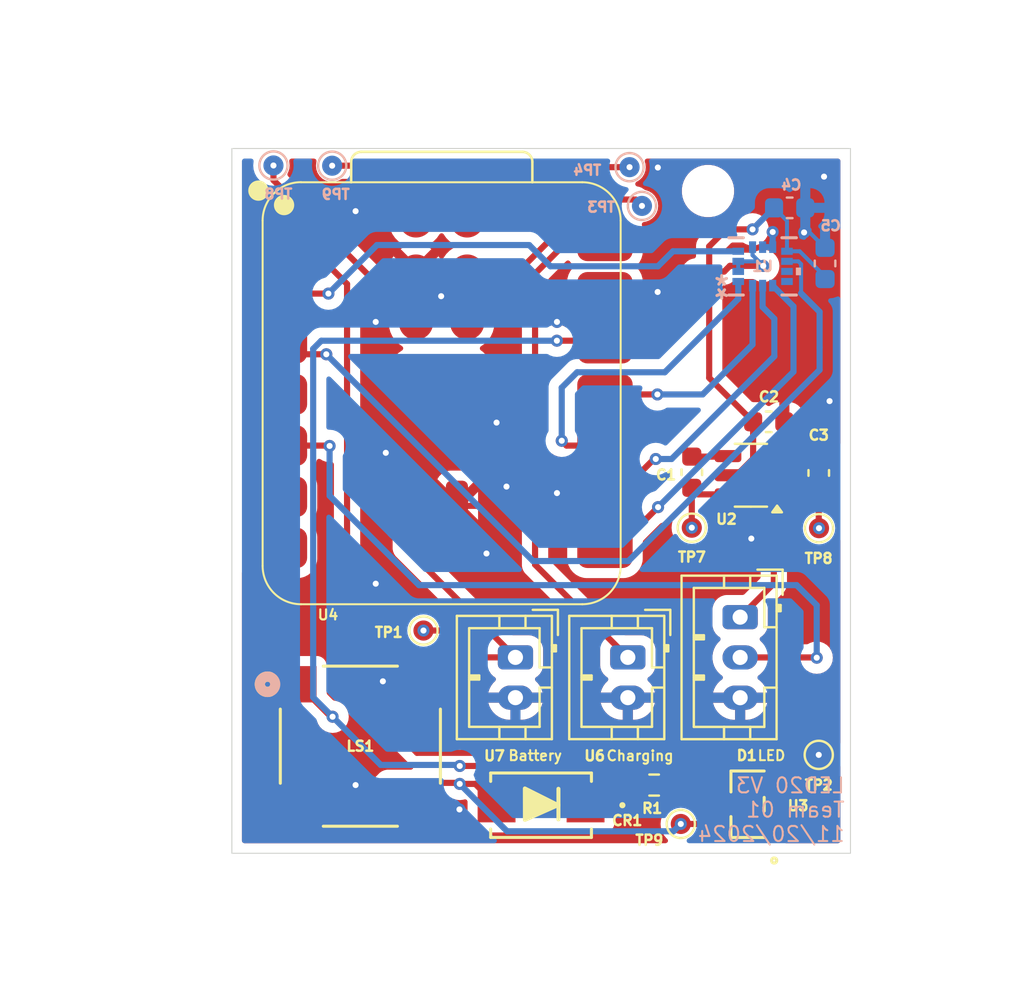
<source format=kicad_pcb>
(kicad_pcb (version 20240108) (generator "pcbnew") (generator_version "8.0")
  (title_block (title "LED20 Updated Schematic") (date "2024-11-12") (rev "2") (company "Team 01") (comment 1 "PCB Layout of LED20 "))
  (layers (0 "F.Cu" signal) (31 "B.Cu" signal) (34 "B.Paste" user) (35 "F.Paste" user) (36 "B.SilkS" user "B.Silkscreen") (37 "F.SilkS" user "F.Silkscreen") (38 "B.Mask" user) (39 "F.Mask" user) (44 "Edge.Cuts" user))
  (net 0 "")
  (net 1 "Net-(U2-C+)")
  (net 2 "Net-(U2-C-)")
  (net 3 "GND")
  (net 4 "3.3V")
  (net 5 "+5V")
  (net 6 "3.3V Data (D4)")
  (net 7 "VBATT")
  (net 8 "Net-(U1-SDA)")
  (net 9 "Net-(U1-SDO{slash}SA0)")
  (net 10 "Net-(U1-SCL)")
  (net 11 "Net-(U1-CS)")
  (net 12 "Net-(U1-INT2)")
  (net 13 "Net-(U1-INT1)")
  (net 18 "+5V IN")
  (net 20 "Net-(U4-LP_GPIO0{slash}GPIO0{slash}A0{slash}D0)")
  (net 21 "Net-(U3-COLLECTOR)")
  (net 22 "unconnected-(TP6-Pad1)")
  (net 23 "Net-(U3-BASE)")
  (net 24 "unconnected-(TP3-Pad1)")
  (net 25 "unconnected-(TP4-Pad1)")
  (net 26 "unconnected-(TP5-Pad1)")
  (footprint "TestPoint:TestPoint_Pad_D1.0mm" (layer "F.Cu") (at 160.6375 93.45 -90)
    (property "Reference" "TP2" (at 1.5 0 180) (layer "F.SilkS") (effects (font (size 0.5 0.5) (thickness 0.125))))
    (property "Value" "~")
    (pad "1" smd circle (at 0 0 270) (size 1 1) (layers "F.Cu" "F.Mask") (net 3 "GND"))
  )
  (footprint "Led20:ChargePump" (layer "F.Cu") (at 157.268761 79.56416 180)
    (property "Reference" "U2" (at 1.214662 -2.182825 0) (layer "F.SilkS") (effects (font (size 0.5 0.5) (thickness 0.125))))
    (property "Value" "~")
    (pad "1" smd roundrect (at -1.1375 -0.95 180) (size 1.325 0.6) (layers "F.Cu" "F.Paste" "F.Mask") (net 5 "+5V"))
    (pad "2" smd roundrect (at -1.1375 0 180) (size 1.325 0.6) (layers "F.Cu" "F.Paste" "F.Mask") (net 3 "GND"))
    (pad "3" smd roundrect (at -1.1375 0.95 180) (size 1.325 0.6) (layers "F.Cu" "F.Paste" "F.Mask") (net 5 "+5V"))
    (pad "4" smd roundrect (at 1.1375 0.95 180) (size 1.325 0.6) (layers "F.Cu" "F.Paste" "F.Mask") (net 2 "Net-(U2-C-)"))
    (pad "5" smd roundrect (at 1.1375 0 180) (size 1.325 0.6) (layers "F.Cu" "F.Paste" "F.Mask") (net 4 "3.3V"))
    (pad "6" smd roundrect (at 1.1375 -0.95 180) (size 1.325 0.6) (layers "F.Cu" "F.Paste" "F.Mask") (net 1 "Net-(U2-C+)"))
  )
  (footprint "Connector_JST:JST_PH_B2B-PH-K_1x02_P2.00mm_Vertical" (layer "F.Cu") (at 151.155921 88.608331 -90)
    (property "Reference" "U6" (at 4.890927 1.646555 0) (layer "F.SilkS") (effects (font (size 0.5 0.5) (thickness 0.125))))
    (property "Value" "B2B-PH-K-S" (hide yes))
    (pad "1" thru_hole roundrect (at 0 0 270) (size 1.2 1.75) (drill 0.75) (layers "*.Cu" "*.Mask") (roundrect_rratio 0.208333) (net 18 "+5V IN"))
    (pad "2" thru_hole oval (at 2 0 270) (size 1.2 1.75) (drill 0.75) (layers "*.Cu" "*.Mask") (net 3 "GND"))
  )
  (footprint "Connector_JST:JST_PH_B3B-PH-K_1x03_P2.00mm_Vertical" (layer "F.Cu") (at 156.733847 86.611446 -90)
    (property "Reference" "D1" (at 6.870307 -0.328932 0) (layer "F.SilkS") (effects (font (size 0.5 0.5) (thickness 0.125))))
    (property "Value" "SK6812MINI")
    (pad "1" thru_hole roundrect (at 0 0 270) (size 1.2 1.75) (drill 0.75) (layers "*.Cu" "*.Mask") (roundrect_rratio 0.208333) (net 5 "+5V"))
    (pad "2" thru_hole oval (at 2 0 270) (size 1.2 1.75) (drill 0.75) (layers "*.Cu" "*.Mask") (net 6 "3.3V Data (D4)"))
    (pad "3" thru_hole oval (at 4 0 270) (size 1.2 1.75) (drill 0.75) (layers "*.Cu" "*.Mask") (net 3 "GND"))
  )
  (footprint "Capacitor_SMD:C_0603_1608Metric" (layer "F.Cu") (at 160.6375 79.45 -90)
    (property "Reference" "C3" (at -1.875044 0.000005 0) (layer "F.SilkS") (effects (font (size 0.5 0.5) (thickness 0.125))))
    (property "Value" "10u")
    (pad "1" smd roundrect (at -0.775 0 270) (size 0.9 0.95) (layers "F.Cu" "F.Paste" "F.Mask") (net 3 "GND"))
    (pad "2" smd roundrect (at 0.775 0 270) (size 0.9 0.95) (layers "F.Cu" "F.Paste" "F.Mask") (net 5 "+5V"))
  )
  (footprint "Footprints:SMA_403AE_OSI" (layer "F.Cu") (at 146.8473 95.95 180)
    (property "Reference" "CR1" (at -4.279575 -0.761714 0) (layer "F.SilkS") (effects (font (size 0.5 0.5) (thickness 0.125) (bold yes))))
    (property "Value" "S1B")
    (pad "1" smd rect (at -2.2098 0 180) (size 1.8796 1.7018) (layers "F.Cu" "F.Paste" "F.Mask") (net 4 "3.3V"))
    (pad "2" smd rect (at 2.2098 0 180) (size 1.8796 1.7018) (layers "F.Cu" "F.Paste" "F.Mask") (net 21 "Net-(U3-COLLECTOR)"))
    (zone (net 0) (net_name "") (layer "F.Cu") (connect_pads (clearance 0)) (min_thickness 0.254)
      (keepout (tracks not_allowed) (vias not_allowed) (pads allowed) (copperpour not_allowed) (footprints allowed))
      (fill (thermal_gap 0.508) (thermal_bridge_width 0.508))
      (polygon (pts (xy 148.0665 97.3724) (xy 145.6281 97.3724) (xy 145.6281 94.5276) (xy 148.0665 94.5276)))
    )
  )
  (footprint "Led20:XIAO-ESP32-C6-SMD" (layer "F.Cu") (at 142.1375 75.53)
    (property "Reference" "U4" (at -6.44196 11.261619 0) (layer "F.SilkS") (effects (font (size 0.5 0.5) (thickness 0.10668)) (justify left bottom)))
    (property "Value" "~")
    (pad "1" smd roundrect (at -8.2816 -7.5985) (size 2.75 2) (layers "F.Cu" "F.Paste" "F.Mask") (net 20 "Net-(U4-LP_GPIO0{slash}GPIO0{slash}A0{slash}D0)"))
    (pad "2" smd roundrect (at -8.2816 -5.0585) (size 2.75 2) (layers "F.Cu" "F.Paste" "F.Mask") (net 13 "Net-(U1-INT1)"))
    (pad "3" smd roundrect (at -8.2816 -2.5185) (size 2.75 2) (layers "F.Cu" "F.Paste" "F.Mask") (net 12 "Net-(U1-INT2)"))
    (pad "4" smd roundrect (at -8.2816 0.0215) (size 2.75 2) (layers "F.Cu" "F.Paste" "F.Mask"))
    (pad "5" smd roundrect (at -8.2816 2.5615) (size 2.75 2) (layers "F.Cu" "F.Paste" "F.Mask") (net 6 "3.3V Data (D4)"))
    (pad "6" smd roundrect (at -8.2816 5.1015) (size 2.75 2) (layers "F.Cu" "F.Paste" "F.Mask"))
    (pad "7" smd roundrect (at -8.2816 7.6415) (size 2.75 2) (layers "F.Cu" "F.Paste" "F.Mask"))
    (pad "8" smd roundrect (at 7.8834 7.6415) (size 2.75 2) (layers "F.Cu" "F.Paste" "F.Mask") (net 11 "Net-(U1-CS)"))
    (pad "9" smd roundrect (at 7.8834 5.1015) (size 2.75 2) (layers "F.Cu" "F.Paste" "F.Mask") (net 10 "Net-(U1-SCL)"))
    (pad "10" smd roundrect (at 7.8834 2.5615) (size 2.75 2) (layers "F.Cu" "F.Paste" "F.Mask") (net 9 "Net-(U1-SDO{slash}SA0)"))
    (pad "11" smd roundrect (at 7.8834 0.0215) (size 2.75 2) (layers "F.Cu" "F.Paste" "F.Mask") (net 8 "Net-(U1-SDA)"))
    (pad "12" smd roundrect (at 7.8834 -2.5185) (size 2.75 2) (layers "F.Cu" "F.Paste" "F.Mask") (net 4 "3.3V"))
    (pad "13" smd roundrect (at 7.8834 -5.0585) (size 2.75 2) (layers "F.Cu" "F.Paste" "F.Mask") (net 3 "GND"))
    (pad "14" smd roundrect (at 7.8834 -7.5985) (size 2.75 2) (layers "F.Cu" "F.Paste" "F.Mask") (net 18 "+5V IN"))
    (pad "15" smd roundrect (at -2.008 5.5532 270) (size 2.5 1.1) (layers "F.Cu" "F.Paste" "F.Mask") (net 7 "VBATT"))
    (pad "16" smd roundrect (at 0.532 5.5532 270) (size 2.5 1.1) (layers "F.Cu" "F.Paste" "F.Mask") (net 3 "GND"))
    (pad "17" smd circle (at -1.5 -8.62) (size 1.7 1.7) (layers "F.Cu" "F.Paste" "F.Mask") (net 22 "unconnected-(TP6-Pad1)"))
    (pad "18" smd circle (at 1.04 -8.62) (size 1.7 1.7) (layers "F.Cu" "F.Paste" "F.Mask") (net 25 "unconnected-(TP4-Pad1)"))
    (pad "19" smd circle (at -1.5 -6.08) (size 1.7 1.7) (layers "F.Cu" "F.Paste" "F.Mask") (net 3 "GND"))
    (pad "20" smd circle (at 1.04 -6.08) (size 1.7 1.7) (layers "F.Cu" "F.Paste" "F.Mask"))
    (pad "21" smd circle (at -1.5 -3.54) (size 1.7 1.7) (layers "F.Cu" "F.Paste" "F.Mask") (net 26 "unconnected-(TP5-Pad1)"))
    (pad "22" smd circle (at 1.04 -3.54) (size 1.7 1.7) (layers "F.Cu" "F.Paste" "F.Mask") (net 24 "unconnected-(TP3-Pad1)"))
    (pad "23" smd circle (at -1.5 -1) (size 1.7 1.7) (layers "F.Cu" "F.Paste" "F.Mask"))
    (pad "24" smd circle (at 0.9474 -1.0568) (size 1.7 1.7) (layers "F.Cu" "F.Paste" "F.Mask"))
  )
  (footprint "TestPoint:TestPoint_Pad_D1.0mm" (layer "F.Cu") (at 153.786744 96.881073)
    (property "Reference" "TP9" (at -1.563081 0.805339 0) (layer "F.SilkS") (effects (font (size 0.5 0.5) (thickness 0.125) (bold yes))))
    (property "Value" "~")
    (pad "1" smd circle (at 0 0) (size 1 1) (layers "F.Cu" "F.Mask") (net 21 "Net-(U3-COLLECTOR)"))
  )
  (footprint "Capacitor_SMD:C_0603_1608Metric" (layer "F.Cu") (at 154.333037 79.414265 90)
    (property "Reference" "C1" (at -0.134148 -1.277947 180) (layer "F.SilkS") (effects (font (size 0.5 0.5) (thickness 0.125))))
    (property "Value" "1u")
    (pad "1" smd roundrect (at -0.775 0 90) (size 0.9 0.95) (layers "F.Cu" "F.Paste" "F.Mask") (net 1 "Net-(U2-C+)"))
    (pad "2" smd roundrect (at 0.775 0 90) (size 0.9 0.95) (layers "F.Cu" "F.Paste" "F.Mask") (net 2 "Net-(U2-C-)"))
  )
  (footprint "TestPoint:TestPoint_Pad_D1.0mm" (layer "F.Cu") (at 141.008275 87.276212 180)
    (property "Reference" "TP1" (at 1.722719 -0.091634 180) (layer "F.SilkS") (effects (font (size 0.5 0.5) (thickness 0.125))))
    (property "Value" "~")
    (pad "1" smd circle (at 0 0 180) (size 1 1) (layers "F.Cu" "F.Mask") (net 7 "VBATT"))
  )
  (footprint "Capacitor_SMD:C_0603_1608Metric" (layer "F.Cu") (at 158.153782 76.910052)
    (property "Reference" "C2" (at 0.009671 -1.237307 0) (layer "F.SilkS") (effects (font (size 0.5 0.5) (thickness 0.125))))
    (property "Value" "10u")
    (pad "1" smd roundrect (at -0.775 0) (size 0.9 0.95) (layers "F.Cu" "F.Paste" "F.Mask") (net 4 "3.3V"))
    (pad "2" smd roundrect (at 0.775 0) (size 0.9 0.95) (layers "F.Cu" "F.Paste" "F.Mask") (net 3 "GND"))
  )
  (footprint "TestPoint:TestPoint_Pad_D1.0mm" (layer "F.Cu") (at 154.333075 82.169007 180)
    (property "Reference" "TP7" (at -0.00489 -1.460173 0) (layer "F.SilkS") (effects (font (size 0.5 0.5) (thickness 0.125))))
    (property "Value" "~")
    (pad "1" smd circle (at 0 0 180) (size 1 1) (layers "F.Cu" "F.Mask") (net 1 "Net-(U2-C+)"))
  )
  (footprint "TestPoint:TestPoint_Pad_D1.0mm" (layer "F.Cu") (at 160.649673 82.192994 180)
    (property "Reference" "TP8" (at 0.018327 -1.502797 0) (layer "F.SilkS") (effects (font (size 0.5 0.5) (thickness 0.125))))
    (property "Value" "~")
    (pad "1" smd circle (at 0 0 180) (size 1 1) (layers "F.Cu" "F.Mask") (net 5 "+5V"))
  )
  (footprint "Led20:CMT-7525-80-SMT-TR_CUD" (layer "F.Cu") (at 137.874055 93.018829)
    (property "Reference" "LS1" (at 0 0 0) (layer "F.SilkS") (effects (font (size 0.5 0.5) (thickness 0.125) (bold yes))))
    (property "Value" "CMT-7525-80-SMT-TR" (hide yes))
    (pad "1" smd rect (at -3.075 -3.075) (size 1.8034 1.8034) (layers "F.Cu" "F.Paste" "F.Mask") (net 4 "3.3V"))
    (pad "2" smd rect (at -3.075 3.075) (size 1.8034 1.8034) (layers "F.Cu" "F.Paste" "F.Mask") (net 21 "Net-(U3-COLLECTOR)"))
    (pad "3" smd rect (at 3.075 -3.075) (size 1.8034 1.8034) (layers "F.Cu" "F.Paste" "F.Mask"))
    (pad "4" smd rect (at 3.075 3.075) (size 1.8034 1.8034) (layers "F.Cu" "F.Paste" "F.Mask"))
  )
  (footprint "Connector_JST:JST_PH_B2B-PH-K_1x02_P2.00mm_Vertical" (layer "F.Cu") (at 145.575412 88.608331 -90)
    (property "Reference" "U7" (at 4.890927 1.043304 0) (layer "F.SilkS") (effects (font (size 0.5 0.5) (thickness 0.125))))
    (property "Value" "B2B-PH-K-S" (hide yes))
    (pad "1" thru_hole roundrect (at 0 0 270) (size 1.2 1.75) (drill 0.75) (layers "*.Cu" "*.Mask") (roundrect_rratio 0.208333) (net 7 "VBATT"))
    (pad "2" thru_hole oval (at 2 0 270) (size 1.2 1.75) (drill 0.75) (layers "*.Cu" "*.Mask") (net 3 "GND"))
  )
  (footprint "Resistor_SMD:R_0603_1608Metric" (layer "F.Cu") (at 152.4625 94.95)
    (property "Reference" "R1" (at -0.097611 1.156952 0) (layer "F.SilkS") (effects (font (size 0.5 0.5) (thickness 0.125) (bold yes))))
    (property "Value" "180" (hide yes))
    (pad "1" smd roundrect (at -0.825 0) (size 0.8 0.95) (layers "F.Cu" "F.Paste" "F.Mask") (net 20 "Net-(U4-LP_GPIO0{slash}GPIO0{slash}A0{slash}D0)"))
    (pad "2" smd roundrect (at 0.825 0) (size 0.8 0.95) (layers "F.Cu" "F.Paste" "F.Mask") (net 23 "Net-(U3-BASE)"))
  )
  (footprint "Footprints:SOT-23_ONS" (layer "F.Cu") (at 157.1027 95.9025 90)
    (property "Reference" "U3" (at -0.073717 2.507058 0) (layer "F.SilkS") (effects (font (size 0.5 0.5) (thickness 0.125) (bold yes))))
    (property "Value" "MMBT4401LT1G" (hide yes))
    (pad "1" smd rect (at -0.9525 0.9652 90) (size 0.5588 1.4224) (layers "F.Cu" "F.Paste" "F.Mask") (net 23 "Net-(U3-BASE)"))
    (pad "2" smd rect (at 0.9525 0.9652 90) (size 0.5588 1.4224) (layers "F.Cu" "F.Paste" "F.Mask") (net 3 "GND"))
    (pad "3" smd rect (at 0 -0.9652 90) (size 0.5588 1.4224) (layers "F.Cu" "F.Paste" "F.Mask") (net 21 "Net-(U3-COLLECTOR)"))
  )
  (footprint "MountingHole:MountingHole_2.1mm" (layer "B.Cu") (at 155.1375 65.45 180)
    (property "Reference" "REF**" (hide yes))
    (property "Value" "MountingHole_2.1mm")
    (pad "" np_thru_hole circle (at 0 0 180) (size 2.1 2.1) (drill 2.1) (layers "*.Cu" "*.Mask"))
  )
  (footprint "TestPoint:TestPoint_Pad_D1.0mm" (layer "B.Cu") (at 133.558215 64.181695)
    (property "Reference" "TP5" (hide yes))
    (property "Value" "~")
    (pad "1" smd circle (at 0 0) (size 1 1) (layers "B.Cu" "B.Mask") (net 26 "unconnected-(TP5-Pad1)"))
  )
  (footprint "TestPoint:TestPoint_Pad_D1.0mm" (layer "B.Cu") (at 136.473277 64.192789)
    (property "Reference" "TP6" (hide yes))
    (property "Value" "~")
    (pad "1" smd circle (at 0 0) (size 1 1) (layers "B.Cu" "B.Mask") (net 22 "unconnected-(TP6-Pad1)"))
  )
  (footprint "Capacitor_SMD:C_0603_1608Metric" (layer "B.Cu") (at 160.950275 69.046751 -90)
    (property "Reference" "C5" (at -1.868965 -0.27908 0) (layer "B.SilkS") (effects (font (size 0.5 0.5) (thickness 0.125)) (justify mirror)))
    (property "Value" "100n")
    (pad "1" smd roundrect (at -0.775 0 270) (size 0.9 0.95) (layers "B.Cu" "B.Paste" "B.Mask") (net 3 "GND"))
    (pad "2" smd roundrect (at 0.775 0 270) (size 0.9 0.95) (layers "B.Cu" "B.Paste" "B.Mask") (net 4 "3.3V"))
  )
  (footprint "Led20:LGA-14L_2P5X3X0P83_STM-L" (layer "B.Cu") (at 157.849653 69.192352)
    (property "Reference" "U1" (at 0 0 0) (layer "B.SilkS") (effects (font (size 0.5 0.5) (thickness 0.125) (bold yes)) (justify mirror)))
    (property "Value" "~")
    (fp_text user "*" (at -2.032 1 0) (layer "B.SilkS") (effects (justify mirror)))
    (fp_text user "*" (at -2.032 1.0437 180) (layer "B.SilkS") (effects (justify mirror)))
    (pad "1" smd rect (at -1.2103 0.750001 270) (size 0.351536 0.57658) (layers "B.Cu" "B.Paste" "B.Mask") (net 9 "Net-(U1-SDO{slash}SA0)"))
    (pad "2" smd rect (at -1.2103 0.25 270) (size 0.351536 0.57658) (layers "B.Cu" "B.Paste" "B.Mask") (net 4 "3.3V"))
    (pad "3" smd rect (at -1.2103 -0.25 270) (size 0.351536 0.57658) (layers "B.Cu" "B.Paste" "B.Mask") (net 4 "3.3V"))
    (pad "4" smd rect (at -1.2103 -0.750001 270) (size 0.351536 0.57658) (layers "B.Cu" "B.Paste" "B.Mask") (net 13 "Net-(U1-INT1)"))
    (pad "5" smd rect (at -0.499999 -0.9563) (size 0.351536 0.57658) (layers "B.Cu" "B.Paste" "B.Mask") (net 4 "3.3V"))
    (pad "6" smd rect (at 0 -0.9563) (size 0.351536 0.57658) (layers "B.Cu" "B.Paste" "B.Mask") (net 3 "GND"))
    (pad "7" smd rect (at 0.499999 -0.9563) (size 0.351536 0.57658) (layers "B.Cu" "B.Paste" "B.Mask") (net 3 "GND"))
    (pad "8" smd rect (at 1.2103 -0.750001 270) (size 0.351536 0.57658) (layers "B.Cu" "B.Paste" "B.Mask") (net 4 "3.3V"))
    (pad "9" smd rect (at 1.2103 -0.25 270) (size 0.351536 0.57658) (layers "B.Cu" "B.Paste" "B.Mask") (net 12 "Net-(U1-INT2)"))
    (pad "10" smd rect (at 1.2103 0.25 270) (size 0.351536 0.57658) (layers "B.Cu" "B.Paste" "B.Mask"))
    (pad "11" smd rect (at 1.2103 0.750001 270) (size 0.351536 0.57658) (layers "B.Cu" "B.Paste" "B.Mask"))
    (pad "12" smd rect (at 0.499999 0.9563) (size 0.351536 0.57658) (layers "B.Cu" "B.Paste" "B.Mask") (net 11 "Net-(U1-CS)"))
    (pad "13" smd rect (at 0 0.9563) (size 0.351536 0.57658) (layers "B.Cu" "B.Paste" "B.Mask") (net 10 "Net-(U1-SCL)"))
    (pad "14" smd rect (at -0.499999 0.9563) (size 0.351536 0.57658) (layers "B.Cu" "B.Paste" "B.Mask") (net 8 "Net-(U1-SDA)"))
  )
  (footprint "TestPoint:TestPoint_Pad_D1.0mm" (layer "B.Cu") (at 151.857879 66.189222 180)
    (property "Reference" "TP3" (at 2.022305 -0.060879 0) (layer "B.SilkS") (effects (font (size 0.5 0.5) (thickness 0.125)) (justify mirror)))
    (property "Value" "~")
    (pad "1" smd circle (at 0 0 180) (size 1 1) (layers "B.Cu" "B.Mask") (net 24 "unconnected-(TP3-Pad1)"))
  )
  (footprint "TestPoint:TestPoint_Pad_D1.0mm" (layer "B.Cu") (at 151.241689 64.264802 180)
    (property "Reference" "TP4" (at 2.100344 -0.153276 0) (layer "B.SilkS") (effects (font (size 0.5 0.5) (thickness 0.125)) (justify mirror)))
    (property "Value" "~")
    (pad "1" smd circle (at 0 0 180) (size 1 1) (layers "B.Cu" "B.Mask") (net 25 "unconnected-(TP4-Pad1)"))
  )
  (footprint "Capacitor_SMD:C_0603_1608Metric" (layer "B.Cu") (at 159.19293 66.285353 180)
    (property "Reference" "C4" (at -0.082591 1.13467 0) (layer "B.SilkS") (effects (font (size 0.5 0.5) (thickness 0.125) (bold yes)) (justify mirror)))
    (property "Value" "100n")
    (pad "1" smd roundrect (at -0.775 0 180) (size 0.9 0.95) (layers "B.Cu" "B.Paste" "B.Mask") (net 3 "GND"))
    (pad "2" smd roundrect (at 0.775 0 180) (size 0.9 0.95) (layers "B.Cu" "B.Paste" "B.Mask") (net 4 "3.3V"))
  )
  (gr_poly (pts (xy 146.046446 96.679452) (xy 146.043205 95.118912) (xy 147.690511 95.945468) (xy 146.046393 96.677525)) (stroke (width 0.2)) (fill solid) (layer "F.SilkS"))
  (gr_line (start 147.71007 96.652585) (end 147.71007 95.135484) (stroke (width 0.2)) (layer "F.SilkS"))
  (gr_rect (start 131.492415 63.338382) (end 162.212322 98.338382) (stroke (width 0.05)) (fill none) (layer "Edge.Cuts"))
  (gr_text "TP8" (at 134.562485 65.894654 0) (layer "B.SilkS") (effects (font (size 0.5 0.5) (thickness 0.125) (bold yes)) (justify left bottom mirror)))
  (gr_text "TP9" (at 137.411827 65.910936 0) (layer "B.SilkS") (effects (font (size 0.5 0.5) (thickness 0.125) (bold yes)) (justify left bottom mirror)))
  (gr_text "LED20 V3\nTeam 01\n11/20/2024" (at 161.985531 97.825183 0) (layer "B.SilkS") (effects (font (size 0.75 0.75) (thickness 0.1)) (justify left bottom mirror)))
  (gr_text "LED\n" (at 157.544167 93.779338 0) (layer "F.SilkS") (effects (font (size 0.5 0.5) (thickness 0.1)) (justify left bottom)))
  (gr_text "Battery\n" (at 145.168123 93.779338 0) (layer "F.SilkS") (effects (font (size 0.5 0.5) (thickness 0.1)) (justify left bottom)))
  (gr_text "Charging\n" (at 150.043269 93.78809 0) (layer "F.SilkS") (effects (font (size 0.5 0.5) (thickness 0.1)) (justify left bottom)))
  (segment (start 154.348199 80.204427) (end 154.333037 80.189265) (width 0.3048) (layer "F.Cu") (net 1))
  (segment (start 154.333037 82.168969) (end 154.333075 82.169007) (width 0.3048) (layer "F.Cu") (net 1))
  (segment (start 154.333037 80.189265) (end 154.657932 80.51416) (width 0.3048) (layer "F.Cu") (net 1))
  (segment (start 154.333037 80.189265) (end 154.333037 82.168969) (width 0.3048) (layer "F.Cu") (net 1))
  (segment (start 154.657932 80.51416) (end 156.131261 80.51416) (width 0.3048) (layer "F.Cu") (net 1))
  (via (at 154.333075 82.169007) (size 0.6) (drill 0.3) (layers "F.Cu" "B.Cu") (net 1))
  (segment (start 154.571604 78.626906) (end 154.559245 78.639265) (width 0.3048) (layer "F.Cu") (net 2))
  (segment (start 154.333037 78.639265) (end 154.559245 78.639265) (width 0.3048) (layer "F.Cu") (net 2))
  (segment (start 154.333037 78.639265) (end 156.106156 78.639265) (width 0.3048) (layer "F.Cu") (net 2))
  (segment (start 154.335742 78.63656) (end 154.333037 78.639265) (width 0.3048) (layer "F.Cu") (net 2))
  (segment (start 156.106156 78.639265) (end 156.131261 78.61416) (width 0.3048) (layer "F.Cu") (net 2))
  (segment (start 152.635265 70.4715) (end 152.643559 70.463206) (width 0.3048) (layer "F.Cu") (net 3))
  (segment (start 159.62831 94.45919) (end 160.6375 93.45) (width 0.3048) (layer "F.Cu") (net 3))
  (segment (start 144.175543 81.0832) (end 142.6695 81.0832) (width 0.3048) (layer "F.Cu") (net 3))
  (segment (start 160.6375 78.675) (end 160.6375 76.41962) (width 0.3048) (layer "F.Cu") (net 3))
  (segment (start 158.0679 94.95) (end 159.1375 94.95) (width 0.3048) (layer "F.Cu") (net 3))
  (segment (start 158.349652 67.484429) (end 159.886999 67.484429) (width 0.3048) (layer "F.Cu") (net 3))
  (segment (start 157.743762 79.56416) (end 157.288203 80.019719) (width 0.3048) (layer "F.Cu") (net 3))
  (segment (start 159.886999 67.484429) (end 159.908708 67.506138) (width 0.3048) (layer "F.Cu") (net 3))
  (segment (start 140.662651 69.45) (end 141.885839 70.673188) (width 0.2) (layer "F.Cu") (net 3))
  (segment (start 140.6375 69.45) (end 140.662651 69.45) (width 0.2) (layer "F.Cu") (net 3))
  (segment (start 157.288203 80.019719) (end 157.288203 82.70976) (width 0.3048) (layer "F.Cu") (net 3))
  (segment (start 160.6375 76.41962) (end 161.174315 75.882805) (width 0.3048) (layer "F.Cu") (net 3))
  (segment (start 159.1375 94.95) (end 159.62831 94.45919) (width 0.3048) (layer "F.Cu") (net 3))
  (segment (start 158.406261 79.56416) (end 157.743762 79.56416) (width 0.3048) (layer "F.Cu") (net 3))
  (segment (start 145.130972 80.127771) (end 144.175543 81.0832) (width 0.3048) (layer "F.Cu") (net 3))
  (segment (start 150.0209 70.4715) (end 152.635265 70.4715) (width 0.3048) (layer "F.Cu") (net 3))
  (via (at 161.174315 75.882805) (size 0.6) (drill 0.3) (layers "F.Cu" "B.Cu") (net 3))
  (via (at 160.899645 64.735493) (size 0.6) (drill 0.3) (layers "F.Cu" "B.Cu") (net 3))
  (via (at 160.6375 93.45) (size 0.6) (drill 0.3) (layers "F.Cu" "B.Cu") (net 3))
  (via (at 152.647063 64.284093) (size 0.6) (drill 0.3) (layers "F.Cu" "B.Cu") (net 3))
  (via (at 147.6375 80.45) (size 0.6) (drill 0.3) (layers "F.Cu" "B.Cu") (net 3))
  (via (at 137.6375 66.45) (size 0.6) (drill 0.3) (layers "F.Cu" "B.Cu") (net 3))
  (via (at 152.6375 70.463206) (size 0.6) (drill 0.3) (layers "F.Cu" "B.Cu") (net 3))
  (via (at 158.349652 67.484429) (size 0.6) (drill 0.3) (layers "F.Cu" "B.Cu") (net 3))
  (via (at 138.991771 89.796948) (size 0.6) (drill 0.3) (layers "F.Cu" "B.Cu") (net 3))
  (via (at 147.6375 71.95) (size 0.6) (drill 0.3) (layers "F.Cu" "B.Cu") (net 3))
  (via (at 157.288203 82.70976) (size 0.6) (drill 0.3) (layers "F.Cu" "B.Cu") (net 3))
  (via (at 159.908708 67.506138) (size 0.6) (drill 0.3) (layers "F.Cu" "B.Cu") (net 3))
  (via (at 139.1375 78.45) (size 0.6) (drill 0.3) (layers "F.Cu" "B.Cu") (net 3))
  (via (at 144.1375 83.45) (size 0.6) (drill 0.3) (layers "F.Cu" "B.Cu") (net 3))
  (via (at 142.794572 96.159296) (size 0.6) (drill 0.3) (layers "F.Cu" "B.Cu") (net 3))
  (via (at 137.6375 94.95) (size 0.6) (drill 0.3) (layers "F.Cu" "B.Cu") (net 3))
  (via (at 144.6375 76.95) (size 0.6) (drill 0.3) (layers "F.Cu" "B.Cu") (net 3))
  (via (at 145.130972 80.127771) (size 0.6) (drill 0.3) (layers "F.Cu" "B.Cu") (net 3))
  (via (at 138.6375 71.95) (size 0.6) (drill 0.3) (layers "F.Cu" "B.Cu") (net 3))
  (via (at 141.885839 70.673188) (size 0.6) (drill 0.3) (layers "F.Cu" "B.Cu") (net 3))
  (via (at 138.6375 84.95) (size 0.6) (drill 0.3) (layers "F.Cu" "B.Cu") (net 3))
  (segment (start 160.184662 67.506138) (end 160.950275 68.271751) (width 0.2) (layer "B.Cu") (net 3))
  (segment (start 157.849653 68.236052) (end 158.349652 68.236052) (width 0.3048) (layer "B.Cu") (net 3))
  (segment (start 159.908708 67.506138) (end 159.908708 66.344575) (width 0.2) (layer "B.Cu") (net 3))
  (segment (start 158.349652 67.484429) (end 158.349652 68.236052) (width 0.3048) (layer "B.Cu") (net 3))
  (segment (start 159.908708 67.506138) (end 160.184662 67.506138) (width 0.2) (layer "B.Cu") (net 3))
  (segment (start 159.908708 66.344575) (end 159.96793 66.285353) (width 0.2) (layer "B.Cu") (net 3))
  (segment (start 149.892726 72.883326) (end 150.0209 73.0115) (width 0.3048) (layer "F.Cu") (net 4))
  (segment (start 155.196799 68.196288) (end 155.196799 74.728069) (width 0.3048) (layer "F.Cu") (net 4))
  (segment (start 155.940326 69.45) (end 156.223978 69.166348) (width 0.3048) (layer "F.Cu") (net 4))
  (segment (start 156.558419 79.56416) (end 156.131261 79.56416) (width 0.3048) (layer "F.Cu") (net 4))
  (segment (start 147.632858 72.883326) (end 149.892726 72.883326) (width 0.3048) (layer "F.Cu") (net 4))
  (segment (start 149.1375 95.383074) (end 149.1375 95.457178) (width 0.3048) (layer "F.Cu") (net 4))
  (segment (start 152.636581 73.0115) (end 154.134504 71.513577) (width 0.3048) (layer "F.Cu") (net 4))
  (segment (start 156.223978 69.166348) (end 157.880031 69.166348) (width 0.3048) (layer "F.Cu") (net 4))
  (segment (start 147.756224 94.001798) (end 149.0571 95.302674) (width 0.3048) (layer "F.Cu") (net 4))
  (segment (start 154.134504 69.837477) (end 154.521981 69.45) (width 0.3048) (layer "F.Cu") (net 4))
  (segment (start 142.809323 94.001798) (end 147.756224 94.001798) (width 0.3048) (layer "F.Cu") (net 4))
  (segment (start 149.0571 95.302674) (end 149.0571 95.95) (width 0.3048) (layer "F.Cu") (net 4))
  (segment (start 157.349654 67.353629) (end 156.039458 67.353629) (width 0.3048) (layer "F.Cu") (net 4))
  (segment (start 155.196799 74.728069) (end 157.378782 76.910052) (width 0.3048) (layer "F.Cu") (net 4))
  (segment (start 136.493951 91.556451) (end 136.411677 91.556451) (width 0.3048) (layer "F.Cu") (net 4))
  (segment (start 150.0209 73.0115) (end 152.636581 73.0115) (width 0.3048) (layer "F.Cu") (net 4))
  (segment (start 156.039458 67.353629) (end 155.196799 68.196288) (width 0.3048) (layer "F.Cu") (net 4))
  (segment (start 157.378782 76.910052) (end 157.378782 78.743797) (width 0.3048) (layer "F.Cu") (net 4))
  (segment (start 136.411677 91.556451) (end 134.799055 89.943829) (width 0.3048) (layer "F.Cu") (net 4))
  (segment (start 154.134504 71.513577) (end 154.134504 69.837477) (width 0.3048) (layer "F.Cu") (net 4))
  (segment (start 154.521981 69.45) (end 155.940326 69.45) (width 0.3048) (layer "F.Cu") (net 4))
  (segment (start 157.378782 78.743797) (end 156.558419 79.56416) (width 0.3048) (layer "F.Cu") (net 4))
  (via (at 136.493951 91.556451) (size 0.6) (drill 0.3) (layers "F.Cu" "B.Cu") (net 4))
  (via (at 147.632858 72.883326) (size 0.6) (drill 0.3) (layers "F.Cu" "B.Cu") (net 4))
  (via (at 142.809323 94.001798) (size 0.6) (drill 0.3) (layers "F.Cu" "B.Cu") (net 4))
  (via (at 157.349654 67.353629) (size 0.6) (drill 0.3) (layers "F.Cu" "B.Cu") (net 4))
  (via (at 157.880031 69.166348) (size 0.6) (drill 0.3) (layers "F.Cu" "B.Cu") (net 4))
  (segment (start 142.809323 94.001798) (end 142.757525 93.95) (width 0.3048) (layer "B.Cu") (net 4))
  (segment (start 138.8875 93.95) (end 136.493951 91.556451) (width 0.3048) (layer "B.Cu") (net 4))
  (segment (start 160.950275 69.821751) (end 160.995277 69.866753) (width 0.2) (layer "B.Cu") (net 4))
  (segment (start 135.530721 90.593221) (end 135.530721 73.286888) (width 0.3048) (layer "B.Cu") (net 4))
  (segment (start 160.950275 69.70293) (end 160.950275 69.821751) (width 0.2) (layer "B.Cu") (net 4))
  (segment (start 136.493951 91.556451) (end 135.530721 90.593221) (width 0.3048) (layer "B.Cu") (net 4))
  (segment (start 159.059953 68.442351) (end 159.689696 68.442351) (width 0.2) (layer "B.Cu") (net 4))
  (segment (start 147.631049 72.885135) (end 147.632858 72.883326) (width 0.3048) (layer "B.Cu") (net 4))
  (segment (start 156.639353 68.942352) (end 157.656035 68.942352) (width 0.2032) (layer "B.Cu") (net 4))
  (segment (start 157.349654 68.635971) (end 157.349654 68.236052) (width 0.2032) (layer "B.Cu") (net 4))
  (segment (start 159.059953 66.927376) (end 158.41793 66.285353) (width 0.2) (layer "B.Cu") (net 4))
  (segment (start 157.349654 67.353629) (end 158.41793 66.285353) (width 0.3048) (layer "B.Cu") (net 4))
  (segment (start 157.656035 68.942352) (end 157.880031 69.166348) (width 0.2032) (layer "B.Cu") (net 4))
  (segment (start 135.530721 73.286888) (end 135.932474 72.885135) (width 0.3048) (layer "B.Cu") (net 4))
  (segment (start 159.689696 68.442351) (end 160.950275 69.70293) (width 0.2) (layer "B.Cu") (net 4))
  (segment (start 156.639353 68.942352) (end 156.639353 69.442352) (width 0.2032) (layer "B.Cu") (net 4))
  (segment (start 135.932474 72.885135) (end 147.631049 72.885135) (width 0.3048) (layer "B.Cu") (net 4))
  (segment (start 159.059953 68.442351) (end 159.059953 66.927376) (width 0.2) (layer "B.Cu") (net 4))
  (segment (start 157.880031 69.166348) (end 157.349654 68.635971) (width 0.2032) (layer "B.Cu") (net 4))
  (segment (start 142.757525 93.95) (end 138.8875 93.95) (width 0.3048) (layer "B.Cu") (net 4))
  (segment (start 158.406261 80.51416) (end 158.406261 84.939032) (width 0.3048) (layer "F.Cu") (net 5))
  (segment (start 158.406261 78.61416) (end 159.06876 78.61416) (width 0.3048) (layer "F.Cu") (net 5))
  (segment (start 159.368761 80.214159) (end 159.06876 80.51416) (width 0.3048) (layer "F.Cu") (net 5))
  (segment (start 159.368761 78.914161) (end 159.368761 80.214159) (width 0.3048) (layer "F.Cu") (net 5))
  (segment (start 160.354244 80.179654) (end 160.445218 80.08868) (width 0.3048) (layer "F.Cu") (net 5))
  (segment (start 160.6375 80.225) (end 160.6375 82.180821) (width 0.3048) (layer "F.Cu") (net 5))
  (segment (start 158.406261 84.939032) (end 156.733847 86.611446) (width 0.3048) (layer "F.Cu") (net 5))
  (segment (start 159.06876 78.61416) (end 159.368761 78.914161) (width 0.3048) (layer "F.Cu") (net 5))
  (segment (start 160.6375 82.180821) (end 160.649673 82.192994) (width 0.3048) (layer "F.Cu") (net 5))
  (segment (start 158.490107 80.598006) (end 158.406261 80.51416) (width 0.3048) (layer "F.Cu") (net 5))
  (segment (start 159.06876 80.51416) (end 158.406261 80.51416) (width 0.3048) (layer "F.Cu") (net 5))
  (segment (start 160.34834 80.51416) (end 160.6375 80.225) (width 0.3048) (layer "F.Cu") (net 5))
  (segment (start 158.406261 80.51416) (end 160.34834 80.51416) (width 0.3048) (layer "F.Cu") (net 5))
  (via (at 160.649673 82.192994) (size 0.6) (drill 0.3) (layers "F.Cu" "B.Cu") (net 5))
  (segment (start 156.733847 88.611446) (end 160.522911 88.611446) (width 0.3048) (layer "F.Cu") (net 6))
  (segment (start 136.329155 78.0915) (end 133.8559 78.0915) (width 0.3048) (layer "F.Cu") (net 6))
  (segment (start 160.522911 88.611446) (end 160.536654 88.625189) (width 0.3048) (layer "F.Cu") (net 6))
  (segment (start 136.346242 78.108587) (end 136.329155 78.0915) (width 0.2) (layer "F.Cu") (net 6))
  (via (at 136.346242 78.108587) (size 0.6) (drill 0.3) (layers "F.Cu" "B.Cu") (net 6))
  (via (at 160.536654 88.625189) (size 0.6) (drill 0.3) (layers "F.Cu" "B.Cu") (net 6))
  (segment (start 160.536654 86.019264) (end 160.536654 88.625189) (width 0.3048) (layer "B.Cu") (net 6))
  (segment (start 159.53891 85.02152) (end 160.536654 86.019264) (width 0.3048) (layer "B.Cu") (net 6))
  (segment (start 140.78592 85.02152) (end 159.53891 85.02152) (width 0.3048) (layer "B.Cu") (net 6))
  (segment (start 136.346242 78.108587) (end 136.346242 80.581842) (width 0.3048) (layer "B.Cu") (net 6))
  (segment (start 136.346242 80.581842) (end 140.78592 85.02152) (width 0.3048) (layer "B.Cu") (net 6))
  (segment (start 140.1295 81.0832) (end 140.1295 83.162419) (width 0.3048) (layer "F.Cu") (net 7))
  (segment (start 141.008275 87.276212) (end 141.961268 87.276212) (width 0.3048) (layer "F.Cu") (net 7))
  (segment (start 140.1295 83.162419) (end 145.575412 88.608331) (width 0.3048) (layer "F.Cu") (net 7))
  (segment (start 141.961268 87.276212) (end 143.293387 88.608331) (width 0.3048) (layer "F.Cu") (net 7))
  (segment (start 143.293387 88.608331) (end 145.575412 88.608331) (width 0.3048) (layer "F.Cu") (net 7))
  (via (at 141.008275 87.276212) (size 0.6) (drill 0.3) (layers "F.Cu" "B.Cu") (net 7))
  (segment (start 152.62477 75.5515) (end 150.0209 75.5515) (width 0.3048) (layer "F.Cu") (net 8))
  (via (at 152.62477 75.5515) (size 0.6) (drill 0.3) (layers "F.Cu" "B.Cu") (net 8))
  (segment (start 154.871476 75.5515) (end 156.608313 73.814663) (width 0.3048) (layer "B.Cu") (net 8))
  (segment (start 157.349654 73.073322) (end 157.349654 70.148652) (width 0.3048) (layer "B.Cu") (net 8))
  (segment (start 156.608313 73.814663) (end 157.349654 73.073322) (width 0.3048) (layer "B.Cu") (net 8))
  (segment (start 152.62477 75.5515) (end 154.871476 75.5515) (width 0.3048) (layer "B.Cu") (net 8))
  (segment (start 148.113817 78.0915) (end 150.0209 78.0915) (width 0.3048) (layer "F.Cu") (net 9))
  (segment (start 147.874161 77.851844) (end 148.113817 78.0915) (width 0.3048) (layer "F.Cu") (net 9))
  (via (at 147.874161 77.851844) (size 0.6) (drill 0.3) (layers "F.Cu" "B.Cu") (net 9))
  (segment (start 152.993064 74.45) (end 155.484764 71.9583) (width 0.3048) (layer "B.Cu") (net 9))
  (segment (start 148.6375 74.45) (end 152.993064 74.45) (width 0.3048) (layer "B.Cu") (net 9))
  (segment (start 156.639353 69.942353) (end 156.639353 70.803711) (width 0.3048) (layer "B.Cu") (net 9))
  (segment (start 147.874161 75.213339) (end 148.6375 74.45) (width 0.3048) (layer "B.Cu") (net 9))
  (segment (start 147.874161 77.851844) (end 147.874161 75.213339) (width 0.3048) (layer "B.Cu") (net 9))
  (segment (start 156.639353 70.803711) (end 155.484764 71.9583) (width 0.3048) (layer "B.Cu") (net 9))
  (segment (start 152.517365 78.696461) (end 150.582326 80.6315) (width 0.3048) (layer "F.Cu") (net 10))
  (segment (start 152.543623 78.757729) (end 152.543623 78.722719) (width 0.3048) (layer "F.Cu") (net 10))
  (segment (start 152.543623 78.722719) (end 152.517365 78.696461) (width 0.3048) (layer "F.Cu") (net 10))
  (segment (start 150.582326 80.6315) (end 150.0209 80.6315) (width 0.3048) (layer "F.Cu") (net 10))
  (via (at 152.543623 78.757729) (size 0.6) (drill 0.3) (layers "F.Cu" "B.Cu") (net 10))
  (segment (start 158.430138 71.791608) (end 157.849653 71.211123) (width 0.3048) (layer "B.Cu") (net 10))
  (segment (start 153.329771 78.757729) (end 158.430138 73.657362) (width 0.3048) (layer "B.Cu") (net 10))
  (segment (start 157.849653 71.211123) (end 157.849653 70.148652) (width 0.3048) (layer "B.Cu") (net 10))
  (segment (start 158.430138 73.657362) (end 158.430138 71.791608) (width 0.3048) (layer "B.Cu") (net 10))
  (segment (start 152.543623 78.757729) (end 153.329771 78.757729) (width 0.3048) (layer "B.Cu") (net 10))
  (segment (start 150.633932 83.1715) (end 150.0209 83.1715) (width 0.3048) (layer "F.Cu") (net 11))
  (segment (start 152.657837 81.147595) (end 150.633932 83.1715) (width 0.3048) (layer "F.Cu") (net 11))
  (via (at 152.657837 81.147595) (size 0.6) (drill 0.3) (layers "F.Cu" "B.Cu") (net 11))
  (segment (start 159.383131 74.4223) (end 159.383131 71.182131) (width 0.3048) (layer "B.Cu") (net 11))
  (segment (start 159.140756 74.664675) (end 159.383131 74.4223) (width 0.3048) (layer "B.Cu") (net 11))
  (segment (start 152.657837 81.147595) (end 152.657837 81.147594) (width 0.3048) (layer "B.Cu") (net 11))
  (segment (start 152.657837 81.147594) (end 159.140756 74.664675) (width 0.3048) (layer "B.Cu") (net 11))
  (segment (start 159.383131 71.182131) (end 158.349652 70.148652) (width 0.3048) (layer "B.Cu") (net 11))
  (segment (start 134.401521 73.557121) (end 133.8559 73.0115) (width 0.3048) (layer "F.Cu") (net 12))
  (segment (start 136.183121 73.557121) (end 134.401521 73.557121) (width 0.3048) (layer "F.Cu") (net 12))
  (via (at 136.183121 73.557121) (size 0.6) (drill 0.3) (layers "F.Cu" "B.Cu") (net 12))
  (segment (start 159.759934 70.529728) (end 160.680206 71.45) (width 0.3048) (layer "B.Cu") (net 12))
  (segment (start 136.183121 73.557121) (end 146.4499 83.8239) (width 0.3048) (layer "B.Cu") (net 12))
  (segment (start 159.059953 68.942352) (end 159.624011 68.942352) (width 0.2) (layer "B.Cu") (net 12))
  (segment (start 160.680206 74.330701) (end 160.680206 73.216858) (width 0.3048) (layer "B.Cu") (net 12))
  (segment (start 159.624011 68.942352) (end 159.759934 69.078275) (width 0.2) (layer "B.Cu") (net 12))
  (segment (start 151.187007 83.8239) (end 160.680206 74.330701) (width 0.3048) (layer "B.Cu") (net 12))
  (segment (start 146.4499 83.8239) (end 151.187007 83.8239) (width 0.3048) (layer "B.Cu") (net 12))
  (segment (start 159.759934 69.078275) (end 159.759934 70.529728) (width 0.2) (layer "B.Cu") (net 12))
  (segment (start 160.680206 71.45) (end 160.680206 73.216858) (width 0.3048) (layer "B.Cu") (net 12))
  (segment (start 133.928633 70.544233) (end 133.8559 70.4715) (width 0.3048) (layer "F.Cu") (net 13))
  (segment (start 136.287163 70.544233) (end 133.928633 70.544233) (width 0.3048) (layer "F.Cu") (net 13))
  (via (at 136.287163 70.544233) (size 0.6) (drill 0.3) (layers "F.Cu" "B.Cu") (net 13))
  (segment (start 156.639353 68.442351) (end 153.397391 68.442351) (width 0.3048) (layer "B.Cu") (net 13))
  (segment (start 146.25803 68.132694) (end 147.312452 69.187116) (width 0.3048) (layer "B.Cu") (net 13))
  (segment (start 152.652626 69.187116) (end 153.397391 68.442351) (width 0.3048) (layer "B.Cu") (net 13))
  (segment (start 138.698702 68.132694) (end 146.25803 68.132694) (width 0.3048) (layer "B.Cu") (net 13))
  (segment (start 147.312452 69.187116) (end 152.652626 69.187116) (width 0.3048) (layer "B.Cu") (net 13))
  (segment (start 136.287163 70.544233) (end 138.698702 68.132694) (width 0.3048) (layer "B.Cu") (net 13))
  (segment (start 150.0209 67.9315) (end 148.17237 67.9315) (width 0.3048) (layer "F.Cu") (net 18))
  (segment (start 148.17237 67.9315) (end 146.549747 69.554123) (width 0.3048) (layer "F.Cu") (net 18))
  (segment (start 146.549747 84.002157) (end 151.155921 88.608331) (width 0.3048) (layer "F.Cu") (net 18))
  (segment (start 146.549747 69.554123) (end 146.549747 84.002157) (width 0.3048) (layer "F.Cu") (net 18))
  (segment (start 137.21361 70.068417) (end 135.076693 67.9315) (width 0.3048) (layer "F.Cu") (net 20))
  (segment (start 134.095023 67.9315) (end 134.283493 68.11997) (width 0.3048) (layer "F.Cu") (net 20))
  (segment (start 135.076693 67.9315) (end 133.8559 67.9315) (width 0.3048) (layer "F.Cu") (net 20))
  (segment (start 133.8559 67.9315) (end 134.095023 67.9315) (width 0.3048) (layer "F.Cu") (net 20))
  (segment (start 140.688369 93.349398) (end 137.21361 89.874639) (width 0.3048) (layer "F.Cu") (net 20))
  (segment (start 150.036898 93.349398) (end 140.688369 93.349398) (width 0.3048) (layer "F.Cu") (net 20))
  (segment (start 151.6375 94.95) (end 150.036898 93.349398) (width 0.3048) (layer "F.Cu") (net 20))
  (segment (start 137.21361 89.874639) (end 137.21361 70.068417) (width 0.3048) (layer "F.Cu") (net 20))
  (segment (start 154.821539 96.881073) (end 155.034817 96.667795) (width 0.3048) (layer "F.Cu") (net 21))
  (segment (start 153.786744 96.881073) (end 154.821539 96.881073) (width 0.3048) (layer "F.Cu") (net 21))
  (segment (start 139.260767 94.839729) (end 138.006667 96.093829) (width 0.3048) (layer "F.Cu") (net 21))
  (segment (start 143.579629 94.892129) (end 144.6375 95.95) (width 0.3048) (layer "F.Cu") (net 21))
  (segment (start 155.034817 96.667795) (end 155.372205 96.667795) (width 0.3048) (layer "F.Cu") (net 21))
  (segment (start 134.781329 96.093829) (end 134.6375 95.95) (width 0.3048) (layer "F.Cu") (net 21))
  (segment (start 138.006667 96.093829) (end 134.799055 96.093829) (width 0.3048) (layer "F.Cu") (net 21))
  (segment (start 155.372205 96.667795) (end 156.1375 95.9025) (width 0.3048) (layer "F.Cu") (net 21))
  (segment (start 142.755219 94.839729) (end 139.260767 94.839729) (width 0.3048) (layer "F.Cu") (net 21))
  (segment (start 142.807619 94.892129) (end 143.579629 94.892129) (width 0.3048) (layer "F.Cu") (net 21))
  (segment (start 142.807619 94.892129) (end 142.755219 94.839729) (width 0.3048) (layer "F.Cu") (net 21))
  (via (at 153.786744 96.881073) (size 0.6) (drill 0.3) (layers "F.Cu" "B.Cu") (net 21))
  (via (at 142.807619 94.892129) (size 0.6) (drill 0.3) (layers "F.Cu" "B.Cu") (net 21))
  (segment (start 145.158879 97.243389) (end 142.807619 94.892129) (width 0.3048) (layer "B.Cu") (net 21))
  (segment (start 153.786744 96.881073) (end 153.424428 97.243389) (width 0.3048) (layer "B.Cu") (net 21))
  (segment (start 153.424428 97.243389) (end 145.158879 97.243389) (width 0.3048) (layer "B.Cu") (net 21))
  (segment (start 137.920289 64.192789) (end 140.6375 66.91) (width 0.3048) (layer "F.Cu") (net 22))
  (segment (start 136.473277 64.192789) (end 137.920289 64.192789) (width 0.3048) (layer "F.Cu") (net 22))
  (via (at 136.473277 64.192789) (size 0.6) (drill 0.3) (layers "F.Cu" "B.Cu") (net 22))
  (segment (start 158.0679 96.3804) (end 156.6375 94.95) (width 0.3048) (layer "F.Cu") (net 23))
  (segment (start 156.6375 94.95) (end 153.2875 94.95) (width 0.3048) (layer "F.Cu") (net 23))
  (segment (start 158.0679 96.855) (end 158.0679 96.3804) (width 0.3048) (layer "F.Cu") (net 23))
  (segment (start 149.294673 65.872827) (end 143.1775 71.99) (width 0.3048) (layer "F.Cu") (net 24))
  (segment (start 151.541484 65.872827) (end 149.294673 65.872827) (width 0.3048) (layer "F.Cu") (net 24))
  (segment (start 151.857879 66.189222) (end 151.541484 65.872827) (width 0.3048) (layer "F.Cu") (net 24))
  (via (at 151.857879 66.189222) (size 0.6) (drill 0.3) (layers "F.Cu" "B.Cu") (net 24))
  (segment (start 143.1775 66.91) (end 145.822698 64.264802) (width 0.3048) (layer "F.Cu") (net 25))
  (segment (start 145.822698 64.264802) (end 151.241689 64.264802) (width 0.3048) (layer "F.Cu") (net 25))
  (via (at 151.241689 64.264802) (size 0.6) (drill 0.3) (layers "F.Cu" "B.Cu") (net 25))
  (segment (start 133.570623 64.039269) (end 133.570623 64.169287) (width 0.3048) (layer "F.Cu") (net 26))
  (segment (start 133.558215 64.910715) (end 140.6375 71.99) (width 0.3048) (layer "F.Cu") (net 26))
  (segment (start 133.570623 64.169287) (end 133.558215 64.181695) (width 0.3048) (layer "F.Cu") (net 26))
  (segment (start 133.558215 64.181695) (end 133.558215 64.910715) (width 0.3048) (layer "F.Cu") (net 26))
  (via (at 133.558215 64.181695) (size 0.6) (drill 0.3) (layers "F.Cu" "B.Cu") (net 26))
  (zone (net 3) (net_name "GND") (layer "F.Cu") (priority 1) (connect_pads (clearance 0.5)) (min_thickness 0.25) (fill yes (thermal_gap 0.5) (thermal_bridge_width 0.5))
    (polygon (pts (xy 120.496985 56.05037) (xy 170.841743 57.259335) (xy 168.941941 105.099808) (xy 119.978857 104.58168) (xy 120.842404 55.964015)))
  )
  (zone (net 3) (net_name "GND") (layer "B.Cu") (connect_pads (clearance 0.5)) (min_thickness 0.25) (fill yes (thermal_gap 0.5) (thermal_bridge_width 0.5))
    (polygon (pts (xy 124.400944 58.974007) (xy 166.65715 58.686158) (xy 166.887429 101.86348) (xy 123.076839 101.402922) (xy 124.401208 58.973769)))
  )
)
</source>
